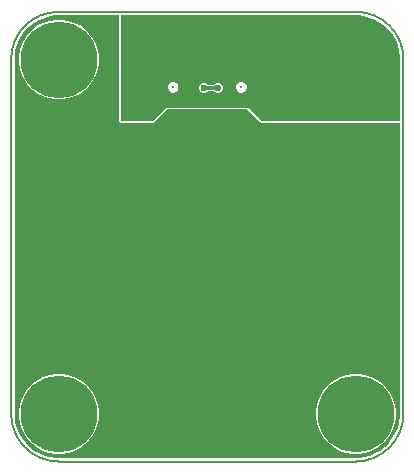
<source format=gbl>
G04*
G04 #@! TF.GenerationSoftware,Altium Limited,Altium Designer,22.5.1 (42)*
G04*
G04 Layer_Physical_Order=2*
G04 Layer_Color=16711680*
%FSLAX24Y24*%
%MOIN*%
G70*
G04*
G04 #@! TF.SameCoordinates,90FD04DD-598D-4D9C-97AF-6977CF96076A*
G04*
G04*
G04 #@! TF.FilePolarity,Positive*
G04*
G01*
G75*
%ADD12C,0.0079*%
%ADD16C,0.0079*%
%ADD45C,0.0118*%
%ADD47C,0.2559*%
%ADD48C,0.0128*%
%ADD49C,0.0236*%
%ADD50C,0.2559*%
G36*
X11789Y14857D02*
X11976Y14808D01*
X12154Y14735D01*
X12322Y14639D01*
X12475Y14521D01*
X12612Y14385D01*
X12729Y14232D01*
X12825Y14064D01*
X12898Y13886D01*
X12947Y13699D01*
X12971Y13507D01*
X12970Y13411D01*
X12970Y13410D01*
X12970Y13410D01*
Y11350D01*
X8363D01*
X7909Y11803D01*
X5178D01*
X4725Y11350D01*
X3675D01*
Y14880D01*
X11500Y14880D01*
X11500Y14880D01*
X11501Y14880D01*
X11597Y14881D01*
X11789Y14857D01*
D02*
G37*
G36*
X1599Y14880D02*
X1600Y14880D01*
X1600Y14880D01*
X3571D01*
X3621Y14880D01*
Y11350D01*
X3637Y11312D01*
X3675Y11296D01*
X4725D01*
X4763Y11312D01*
X4763Y11312D01*
X5201Y11749D01*
X7887D01*
X8324Y11312D01*
X8363Y11296D01*
X8363Y11296D01*
X12970D01*
Y1600D01*
X12970Y1504D01*
X12944Y1313D01*
X12894Y1127D01*
X12820Y949D01*
X12724Y783D01*
X12606Y630D01*
X12470Y494D01*
X12317Y376D01*
X12151Y280D01*
X11973Y206D01*
X11787Y156D01*
X11596Y130D01*
X11500Y130D01*
X1600Y130D01*
X1504D01*
X1313Y155D01*
X1127Y205D01*
X949Y279D01*
X782Y375D01*
X629Y493D01*
X493Y629D01*
X375Y782D01*
X279Y949D01*
X205Y1127D01*
X155Y1313D01*
X130Y1504D01*
Y1600D01*
X130Y13410D01*
X130Y13410D01*
X130Y13411D01*
X129Y13507D01*
X153Y13699D01*
X202Y13886D01*
X275Y14064D01*
X371Y14232D01*
X489Y14385D01*
X625Y14521D01*
X778Y14639D01*
X946Y14735D01*
X1125Y14808D01*
X1311Y14857D01*
X1503Y14881D01*
X1599Y14880D01*
D02*
G37*
%LPC*%
G36*
X6938Y12628D02*
X6871D01*
X6809Y12603D01*
X6778Y12571D01*
X6577D01*
X6545Y12603D01*
X6484Y12628D01*
X6417D01*
X6355Y12603D01*
X6308Y12555D01*
X6282Y12493D01*
Y12427D01*
X6308Y12365D01*
X6355Y12317D01*
X6417Y12292D01*
X6484D01*
X6545Y12317D01*
X6577Y12349D01*
X6778D01*
X6809Y12317D01*
X6871Y12292D01*
X6938D01*
X7000Y12317D01*
X7047Y12365D01*
X7072Y12427D01*
Y12493D01*
X7047Y12555D01*
X7000Y12603D01*
X6938Y12628D01*
D02*
G37*
G36*
X7723Y12663D02*
X7652D01*
X7587Y12636D01*
X7537Y12586D01*
X7510Y12521D01*
Y12450D01*
X7537Y12384D01*
X7587Y12334D01*
X7652Y12307D01*
X7723D01*
X7789Y12334D01*
X7839Y12384D01*
X7866Y12450D01*
Y12521D01*
X7839Y12586D01*
X7789Y12636D01*
X7723Y12663D01*
D02*
G37*
G36*
X5448D02*
X5377D01*
X5311Y12636D01*
X5261Y12586D01*
X5234Y12521D01*
Y12450D01*
X5261Y12384D01*
X5311Y12334D01*
X5377Y12307D01*
X5448D01*
X5513Y12334D01*
X5563Y12384D01*
X5590Y12450D01*
Y12521D01*
X5563Y12586D01*
X5513Y12636D01*
X5448Y12663D01*
D02*
G37*
G36*
X1705Y14740D02*
X1495D01*
X1289Y14707D01*
X1090Y14642D01*
X903Y14547D01*
X734Y14424D01*
X586Y14276D01*
X463Y14107D01*
X368Y13920D01*
X303Y13721D01*
X271Y13515D01*
Y13305D01*
X303Y13099D01*
X368Y12900D01*
X463Y12713D01*
X586Y12544D01*
X734Y12396D01*
X903Y12273D01*
X1090Y12178D01*
X1289Y12113D01*
X1495Y12080D01*
X1705D01*
X1911Y12113D01*
X2110Y12178D01*
X2297Y12273D01*
X2466Y12396D01*
X2614Y12544D01*
X2737Y12713D01*
X2832Y12900D01*
X2897Y13099D01*
X2930Y13305D01*
Y13515D01*
X2897Y13721D01*
X2832Y13920D01*
X2737Y14107D01*
X2614Y14276D01*
X2466Y14424D01*
X2297Y14547D01*
X2110Y14642D01*
X1911Y14707D01*
X1705Y14740D01*
D02*
G37*
G36*
X11605Y2930D02*
X11395D01*
X11189Y2897D01*
X10990Y2832D01*
X10803Y2737D01*
X10634Y2614D01*
X10486Y2466D01*
X10363Y2297D01*
X10268Y2110D01*
X10203Y1911D01*
X10171Y1705D01*
Y1495D01*
X10203Y1289D01*
X10268Y1090D01*
X10363Y903D01*
X10486Y734D01*
X10634Y586D01*
X10803Y463D01*
X10990Y368D01*
X11189Y303D01*
X11395Y270D01*
X11605D01*
X11811Y303D01*
X12010Y368D01*
X12197Y463D01*
X12366Y586D01*
X12514Y734D01*
X12637Y903D01*
X12732Y1090D01*
X12797Y1289D01*
X12830Y1495D01*
Y1705D01*
X12797Y1911D01*
X12732Y2110D01*
X12637Y2297D01*
X12514Y2466D01*
X12366Y2614D01*
X12197Y2737D01*
X12010Y2832D01*
X11811Y2897D01*
X11605Y2930D01*
D02*
G37*
G36*
X1705D02*
X1495D01*
X1289Y2897D01*
X1090Y2832D01*
X903Y2737D01*
X734Y2614D01*
X586Y2466D01*
X463Y2297D01*
X368Y2110D01*
X303Y1911D01*
X271Y1705D01*
Y1495D01*
X303Y1289D01*
X368Y1090D01*
X463Y903D01*
X586Y734D01*
X734Y586D01*
X903Y463D01*
X1090Y368D01*
X1289Y303D01*
X1495Y270D01*
X1705D01*
X1911Y303D01*
X2110Y368D01*
X2297Y463D01*
X2466Y586D01*
X2614Y734D01*
X2737Y903D01*
X2832Y1090D01*
X2897Y1289D01*
X2930Y1495D01*
Y1705D01*
X2897Y1911D01*
X2832Y2110D01*
X2737Y2297D01*
X2614Y2466D01*
X2466Y2614D01*
X2297Y2737D01*
X2110Y2832D01*
X1911Y2897D01*
X1705Y2930D01*
D02*
G37*
%LPD*%
D12*
X13089Y13423D02*
G03*
X11500Y14999I-1576J0D01*
G01*
X13089Y13410D02*
G03*
X13089Y13423I-1576J14D01*
G01*
X11500Y11D02*
G03*
X13089Y1600I-4J1593D01*
G01*
X1600Y14999D02*
G03*
X11Y13410I-14J-1576D01*
G01*
X11Y1600D02*
G03*
X1600Y11I1589J0D01*
G01*
X13089Y13410D02*
Y13410D01*
X13089Y1600D02*
X13089Y13410D01*
X11500Y14999D02*
X11500D01*
X1600D02*
X11500D01*
X1600D02*
X1600D01*
X11Y13410D02*
Y13410D01*
Y13410D02*
X11Y1600D01*
Y1600D02*
Y1600D01*
X1600Y11D02*
X11500D01*
X1600D02*
X1600D01*
D16*
X11500Y14999D02*
D03*
X13089Y13410D02*
D03*
X13089Y1600D02*
D03*
X13089D02*
D03*
X11500Y11D02*
D03*
X11Y13410D02*
D03*
X1600Y14999D02*
D03*
D45*
X6450Y12460D02*
X6904D01*
D47*
X11500Y13410D02*
D03*
D48*
X5412Y12485D02*
D03*
X7688D02*
D03*
D49*
X3875Y13825D02*
D03*
Y12300D02*
D03*
X2675Y4525D02*
D03*
X8450Y11010D02*
D03*
X4650D02*
D03*
X7825Y11635D02*
D03*
X5275D02*
D03*
X6550Y8135D02*
D03*
X6904Y12460D02*
D03*
X6450D02*
D03*
X3792Y7654D02*
D03*
X2475Y6860D02*
D03*
X1450Y10260D02*
D03*
D50*
X1600Y1600D02*
D03*
X11500D02*
D03*
X1600Y13410D02*
D03*
M02*

</source>
